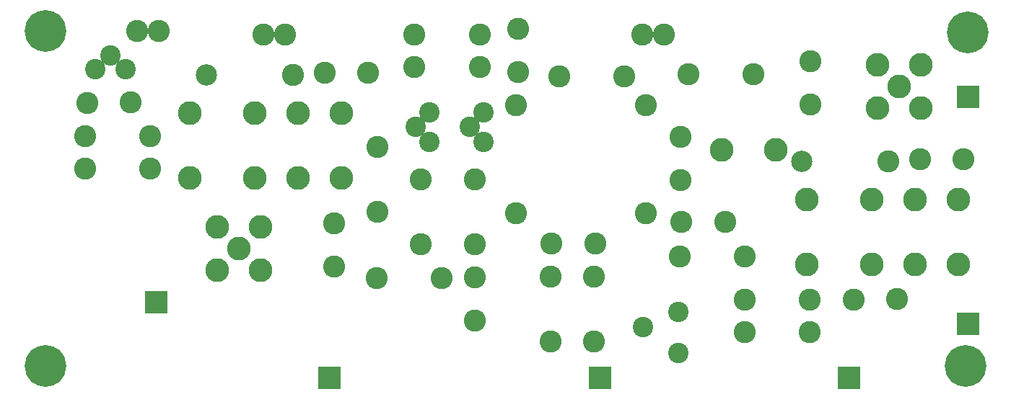
<source format=gbr>
%FSLAX34Y34*%
%MOMM*%
%LNSOLDERMASK_TOP*%
G71*
G01*
%ADD10C,2.600*%
%ADD11C,2.400*%
%ADD12C,2.800*%
%ADD13C,4.900*%
%ADD14C,2.600*%
%ADD15C,2.500*%
%LPD*%
X577850Y-112650D02*
G54D10*
D03*
X730250Y-112650D02*
G54D10*
D03*
X577850Y-239650D02*
G54D10*
D03*
X730250Y-239650D02*
G54D10*
D03*
X476250Y-120650D02*
G54D11*
D03*
X460350Y-138225D02*
G54D11*
D03*
X476285Y-155841D02*
G54D11*
D03*
X539750Y-120650D02*
G54D11*
D03*
X523850Y-138225D02*
G54D11*
D03*
X539785Y-155841D02*
G54D11*
D03*
X465479Y-276275D02*
G54D10*
D03*
X465529Y-200025D02*
G54D10*
D03*
X528979Y-276275D02*
G54D10*
D03*
X529029Y-200025D02*
G54D10*
D03*
X226781Y-255519D02*
G54D12*
D03*
X277581Y-255519D02*
G54D12*
D03*
X252181Y-280919D02*
G54D12*
D03*
X277581Y-306319D02*
G54D12*
D03*
X226781Y-306319D02*
G54D12*
D03*
X1108076Y-26863D02*
G54D13*
D03*
X1104900Y-419100D02*
G54D13*
D03*
G36*
X142576Y-331363D02*
X168576Y-331363D01*
X168576Y-357363D01*
X142576Y-357363D01*
X142576Y-331363D01*
G37*
X768350Y-355600D02*
G54D11*
D03*
X727050Y-373175D02*
G54D11*
D03*
X768385Y-403491D02*
G54D11*
D03*
X529631Y-314991D02*
G54D10*
D03*
X529743Y-365972D02*
G54D10*
D03*
X414190Y-315506D02*
G54D10*
D03*
X490440Y-315556D02*
G54D10*
D03*
X414679Y-238175D02*
G54D10*
D03*
X414729Y-161925D02*
G54D10*
D03*
X458640Y-29756D02*
G54D10*
D03*
X534890Y-29806D02*
G54D10*
D03*
X458640Y-67856D02*
G54D10*
D03*
X534890Y-67906D02*
G54D10*
D03*
X580431Y-22891D02*
G54D10*
D03*
X580543Y-73872D02*
G54D10*
D03*
X628230Y-78696D02*
G54D10*
D03*
X704480Y-78746D02*
G54D10*
D03*
X770931Y-149891D02*
G54D10*
D03*
X771043Y-200872D02*
G54D10*
D03*
X670422Y-275076D02*
G54D10*
D03*
X619441Y-275189D02*
G54D10*
D03*
X845990Y-340906D02*
G54D10*
D03*
X922240Y-340956D02*
G54D10*
D03*
X668679Y-390575D02*
G54D10*
D03*
X668729Y-314325D02*
G54D10*
D03*
X617879Y-390575D02*
G54D10*
D03*
X617929Y-314325D02*
G54D10*
D03*
X769790Y-290106D02*
G54D10*
D03*
X846040Y-290156D02*
G54D10*
D03*
X845990Y-379006D02*
G54D10*
D03*
X922240Y-379056D02*
G54D10*
D03*
X822822Y-249676D02*
G54D10*
D03*
X771841Y-249789D02*
G54D10*
D03*
X974079Y-340710D02*
G54D10*
D03*
X1025059Y-340598D02*
G54D10*
D03*
X923331Y-60991D02*
G54D10*
D03*
X923443Y-111972D02*
G54D10*
D03*
X771043Y-200872D02*
G54D14*
D03*
X617879Y-390575D02*
G54D14*
D03*
X922240Y-340956D02*
G54D14*
D03*
X922240Y-340956D02*
G54D14*
D03*
X922240Y-379056D02*
G54D14*
D03*
X819150Y-165100D02*
G54D12*
D03*
X882650Y-165100D02*
G54D12*
D03*
X923443Y-111972D02*
G54D14*
D03*
X780322Y-75867D02*
G54D10*
D03*
X856572Y-75917D02*
G54D10*
D03*
X856572Y-75917D02*
G54D10*
D03*
X414190Y-315506D02*
G54D14*
D03*
X414679Y-238175D02*
G54D14*
D03*
X364531Y-251491D02*
G54D10*
D03*
X364643Y-302472D02*
G54D10*
D03*
X1001481Y-65019D02*
G54D12*
D03*
X1052281Y-65019D02*
G54D12*
D03*
X1026881Y-90419D02*
G54D12*
D03*
X1052281Y-115819D02*
G54D12*
D03*
X1001481Y-115819D02*
G54D12*
D03*
X725625Y-29175D02*
G54D10*
D03*
X751125Y-29175D02*
G54D10*
D03*
X529743Y-365972D02*
G54D14*
D03*
X25400Y-25400D02*
G54D13*
D03*
X25400Y-419100D02*
G54D13*
D03*
G36*
X345776Y-420263D02*
X371776Y-420263D01*
X371776Y-446263D01*
X345776Y-446263D01*
X345776Y-420263D01*
G37*
G36*
X955376Y-420263D02*
X981376Y-420263D01*
X981376Y-446263D01*
X955376Y-446263D01*
X955376Y-420263D01*
G37*
G36*
X1095076Y-356763D02*
X1121076Y-356763D01*
X1121076Y-382763D01*
X1095076Y-382763D01*
X1095076Y-356763D01*
G37*
G36*
X663276Y-420263D02*
X689276Y-420263D01*
X689276Y-446263D01*
X663276Y-446263D01*
X663276Y-420263D01*
G37*
X195150Y-197912D02*
G54D12*
D03*
X195150Y-121712D02*
G54D12*
D03*
X271350Y-197912D02*
G54D12*
D03*
X322150Y-197912D02*
G54D12*
D03*
X372950Y-197912D02*
G54D12*
D03*
X271350Y-121711D02*
G54D12*
D03*
X322150Y-121711D02*
G54D12*
D03*
X372950Y-121712D02*
G54D12*
D03*
X315799Y-77261D02*
G54D15*
D03*
X214199Y-77261D02*
G54D15*
D03*
X404192Y-74303D02*
G54D10*
D03*
X353212Y-74415D02*
G54D10*
D03*
X315799Y-77261D02*
G54D14*
D03*
X404192Y-74303D02*
G54D14*
D03*
X281125Y-29175D02*
G54D10*
D03*
X306625Y-29175D02*
G54D10*
D03*
X919050Y-299512D02*
G54D12*
D03*
X919050Y-223312D02*
G54D12*
D03*
X995250Y-299512D02*
G54D12*
D03*
X1046050Y-299512D02*
G54D12*
D03*
X1096850Y-299512D02*
G54D12*
D03*
X995250Y-223311D02*
G54D12*
D03*
X1046050Y-223311D02*
G54D12*
D03*
X1096850Y-223312D02*
G54D12*
D03*
X1014299Y-178861D02*
G54D15*
D03*
X912699Y-178861D02*
G54D15*
D03*
X1102692Y-175903D02*
G54D10*
D03*
X1051712Y-176015D02*
G54D10*
D03*
X1014299Y-178861D02*
G54D14*
D03*
X1102692Y-175903D02*
G54D14*
D03*
X195150Y-197912D02*
G54D14*
D03*
X919050Y-299512D02*
G54D14*
D03*
G36*
X1095076Y-90063D02*
X1121076Y-90063D01*
X1121076Y-116063D01*
X1095076Y-116063D01*
X1095076Y-90063D01*
G37*
X119468Y-70278D02*
G54D11*
D03*
X101893Y-54378D02*
G54D11*
D03*
X84277Y-70313D02*
G54D11*
D03*
X74403Y-109665D02*
G54D10*
D03*
X125384Y-109552D02*
G54D10*
D03*
X71996Y-149012D02*
G54D10*
D03*
X148246Y-149062D02*
G54D10*
D03*
X71996Y-187112D02*
G54D10*
D03*
X148246Y-187162D02*
G54D10*
D03*
X133350Y-25400D02*
G54D10*
D03*
X158750Y-25400D02*
G54D10*
D03*
M02*

</source>
